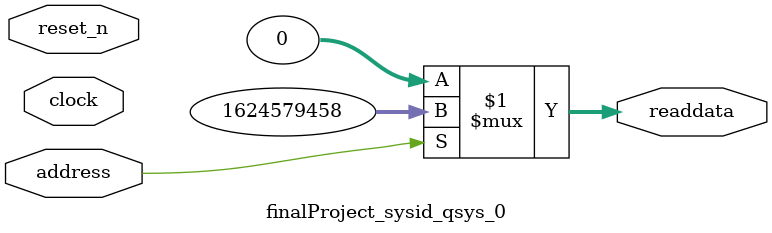
<source format=v>



// synthesis translate_off
`timescale 1ns / 1ps
// synthesis translate_on

// turn off superfluous verilog processor warnings 
// altera message_level Level1 
// altera message_off 10034 10035 10036 10037 10230 10240 10030 

module finalProject_sysid_qsys_0 (
               // inputs:
                address,
                clock,
                reset_n,

               // outputs:
                readdata
             )
;

  output  [ 31: 0] readdata;
  input            address;
  input            clock;
  input            reset_n;

  wire    [ 31: 0] readdata;
  //control_slave, which is an e_avalon_slave
  assign readdata = address ? 1624579458 : 0;

endmodule



</source>
